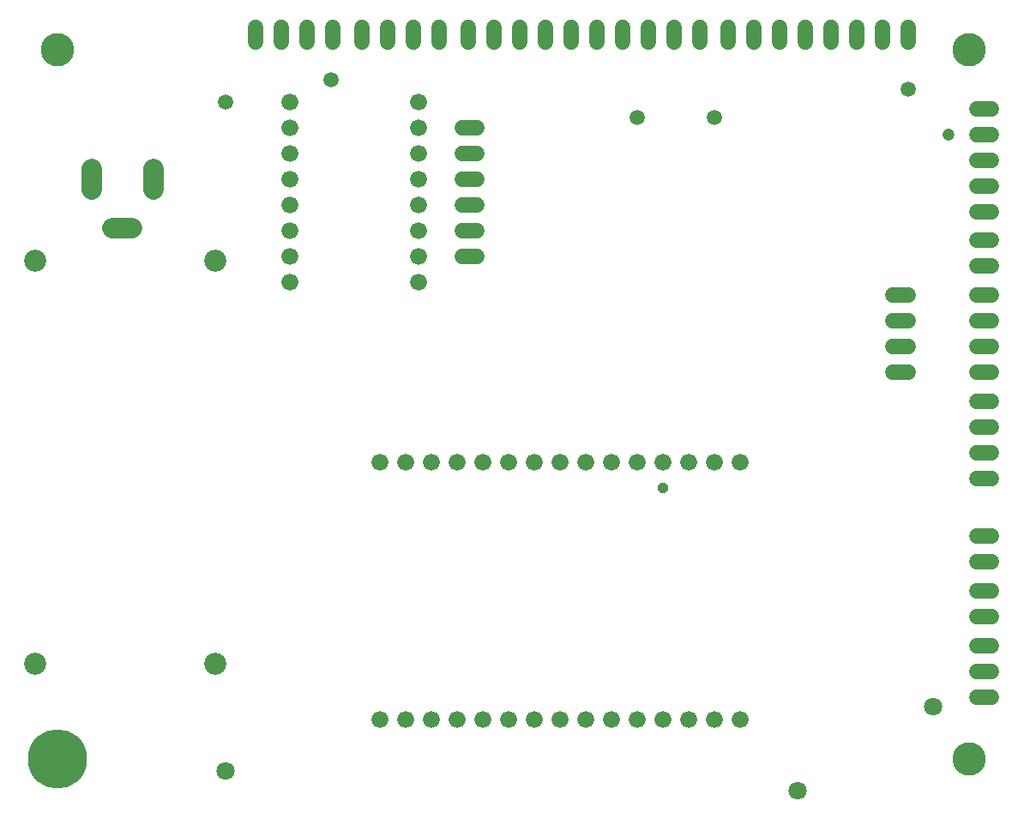
<source format=gbr>
G04 EAGLE Gerber RS-274X export*
G75*
%MOMM*%
%FSLAX34Y34*%
%LPD*%
%INSoldermask Bottom*%
%IPPOS*%
%AMOC8*
5,1,8,0,0,1.08239X$1,22.5*%
G01*
%ADD10C,1.676400*%
%ADD11C,2.000000*%
%ADD12C,1.500000*%
%ADD13C,2.184400*%
%ADD14C,5.842000*%
%ADD15C,3.300000*%
%ADD16P,1.099708X8X22.500000*%
%ADD17C,1.500000*%
%ADD18C,1.800000*%
%ADD19C,1.206400*%


D10*
X723900Y342900D03*
X698500Y342900D03*
X673100Y342900D03*
X647700Y342900D03*
X622300Y342900D03*
X596900Y342900D03*
X571500Y342900D03*
X546100Y342900D03*
X520700Y342900D03*
X495300Y342900D03*
X469900Y342900D03*
X444500Y342900D03*
X419100Y342900D03*
X393700Y342900D03*
X368300Y342900D03*
X723900Y88900D03*
X698500Y88900D03*
X673100Y88900D03*
X647700Y88900D03*
X622300Y88900D03*
X596900Y88900D03*
X571500Y88900D03*
X546100Y88900D03*
X520700Y88900D03*
X495300Y88900D03*
X469900Y88900D03*
X444500Y88900D03*
X419100Y88900D03*
X393700Y88900D03*
X368300Y88900D03*
D11*
X145300Y612300D02*
X145300Y632300D01*
X84300Y632300D02*
X84300Y612300D01*
X104300Y574300D02*
X124300Y574300D01*
D12*
X957700Y403225D02*
X972700Y403225D01*
X972700Y377825D02*
X957700Y377825D01*
X957700Y352425D02*
X972700Y352425D01*
X972700Y327025D02*
X957700Y327025D01*
X957700Y508000D02*
X972700Y508000D01*
X972700Y482600D02*
X957700Y482600D01*
X957700Y457200D02*
X972700Y457200D01*
X972700Y431800D02*
X957700Y431800D01*
X712788Y757663D02*
X712788Y772663D01*
X738188Y772663D02*
X738188Y757663D01*
X763588Y757663D02*
X763588Y772663D01*
X788988Y772663D02*
X788988Y757663D01*
X814388Y757663D02*
X814388Y772663D01*
X839788Y772663D02*
X839788Y757663D01*
X865188Y757663D02*
X865188Y772663D01*
X890588Y772663D02*
X890588Y757663D01*
X455613Y757663D02*
X455613Y772663D01*
X481013Y772663D02*
X481013Y757663D01*
X506413Y757663D02*
X506413Y772663D01*
X531813Y772663D02*
X531813Y757663D01*
X557213Y757663D02*
X557213Y772663D01*
X582613Y772663D02*
X582613Y757663D01*
X608013Y757663D02*
X608013Y772663D01*
X633413Y772663D02*
X633413Y757663D01*
X658813Y757663D02*
X658813Y772663D01*
X684213Y772663D02*
X684213Y757663D01*
X957700Y561975D02*
X972700Y561975D01*
X972700Y536575D02*
X957700Y536575D01*
D13*
X206375Y143900D03*
X28575Y143900D03*
X206375Y541900D03*
X28575Y541900D03*
D10*
X406400Y596900D03*
X406400Y622300D03*
X406400Y571500D03*
X406400Y546100D03*
X406400Y647700D03*
X406400Y673100D03*
X406400Y698500D03*
X406400Y520700D03*
X279400Y596900D03*
X279400Y622300D03*
X279400Y571500D03*
X279400Y546100D03*
X279400Y647700D03*
X279400Y673100D03*
X279400Y698500D03*
X279400Y520700D03*
D12*
X350838Y757663D02*
X350838Y772663D01*
X376238Y772663D02*
X376238Y757663D01*
X401638Y757663D02*
X401638Y772663D01*
X427038Y772663D02*
X427038Y757663D01*
X957700Y161925D02*
X972700Y161925D01*
X972700Y136525D02*
X957700Y136525D01*
X957700Y111125D02*
X972700Y111125D01*
X972700Y215900D02*
X957700Y215900D01*
X957700Y190500D02*
X972700Y190500D01*
X890150Y508000D02*
X875150Y508000D01*
X875150Y482600D02*
X890150Y482600D01*
X890150Y457200D02*
X875150Y457200D01*
X875150Y431800D02*
X890150Y431800D01*
D14*
X50000Y50000D03*
D15*
X50000Y750000D03*
X950000Y750000D03*
X950000Y50000D03*
D12*
X957700Y269875D02*
X972700Y269875D01*
X972700Y244475D02*
X957700Y244475D01*
X246063Y757675D02*
X246063Y772675D01*
X271463Y772675D02*
X271463Y757675D01*
X296863Y757675D02*
X296863Y772675D01*
X322263Y772675D02*
X322263Y757675D01*
X449700Y546100D02*
X464700Y546100D01*
X464700Y571500D02*
X449700Y571500D01*
X449700Y596900D02*
X464700Y596900D01*
X464700Y622300D02*
X449700Y622300D01*
X449700Y647700D02*
X464700Y647700D01*
X464700Y673100D02*
X449700Y673100D01*
D16*
X647700Y317500D03*
D12*
X957700Y692150D02*
X972700Y692150D01*
X972700Y666750D02*
X957700Y666750D01*
X957700Y641350D02*
X972700Y641350D01*
X972700Y615950D02*
X957700Y615950D01*
X957700Y590550D02*
X972700Y590550D01*
D17*
X320675Y720713D03*
X215900Y698500D03*
X890588Y711200D03*
X622300Y683419D03*
X698500Y683419D03*
D18*
X914400Y101600D03*
X215900Y38100D03*
X781050Y19050D03*
D19*
X930275Y666750D03*
M02*

</source>
